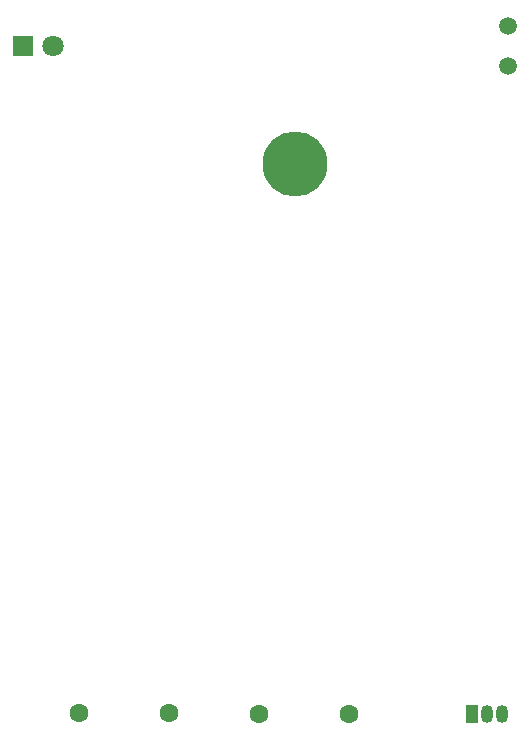
<source format=gbr>
%TF.GenerationSoftware,KiCad,Pcbnew,9.0.2*%
%TF.CreationDate,2025-05-24T18:19:02-05:00*%
%TF.ProjectId,Hack Club PCB,4861636b-2043-46c7-9562-205043422e6b,rev?*%
%TF.SameCoordinates,Original*%
%TF.FileFunction,Copper,L2,Bot*%
%TF.FilePolarity,Positive*%
%FSLAX46Y46*%
G04 Gerber Fmt 4.6, Leading zero omitted, Abs format (unit mm)*
G04 Created by KiCad (PCBNEW 9.0.2) date 2025-05-24 18:19:02*
%MOMM*%
%LPD*%
G01*
G04 APERTURE LIST*
%TA.AperFunction,ComponentPad*%
%ADD10C,1.500000*%
%TD*%
%TA.AperFunction,ComponentPad*%
%ADD11C,1.600000*%
%TD*%
%TA.AperFunction,ComponentPad*%
%ADD12R,1.800000X1.800000*%
%TD*%
%TA.AperFunction,ComponentPad*%
%ADD13C,1.800000*%
%TD*%
%TA.AperFunction,ComponentPad*%
%ADD14R,1.050000X1.500000*%
%TD*%
%TA.AperFunction,ComponentPad*%
%ADD15O,1.050000X1.500000*%
%TD*%
%TA.AperFunction,ViaPad*%
%ADD16C,5.500000*%
%TD*%
G04 APERTURE END LIST*
D10*
%TO.P,R3,1*%
%TO.N,Net-(Q1-B)*%
X148000000Y-51700000D03*
%TO.P,R3,2*%
%TO.N,Net-(BT1--)*%
X148000000Y-48300000D03*
%TD*%
D11*
%TO.P,R2,1*%
%TO.N,Net-(Q1-E)*%
X126880000Y-106541925D03*
%TO.P,R2,2*%
%TO.N,Net-(D1-A)*%
X134500000Y-106541925D03*
%TD*%
%TO.P,R1,1*%
%TO.N,Net-(BT1-+)*%
X111690000Y-106500000D03*
%TO.P,R1,2*%
%TO.N,Net-(Q1-B)*%
X119310000Y-106500000D03*
%TD*%
D12*
%TO.P,D1,1,K*%
%TO.N,Net-(BT1--)*%
X106960000Y-50000000D03*
D13*
%TO.P,D1,2,A*%
%TO.N,Net-(D1-A)*%
X109500000Y-50000000D03*
%TD*%
D14*
%TO.P,Q1,1,E*%
%TO.N,Net-(Q1-E)*%
X144960000Y-106541925D03*
D15*
%TO.P,Q1,2,B*%
%TO.N,Net-(Q1-B)*%
X146230000Y-106541925D03*
%TO.P,Q1,3,C*%
%TO.N,Net-(BT1-+)*%
X147500000Y-106541925D03*
%TD*%
D16*
%TO.N,*%
X130000000Y-60000000D03*
%TD*%
M02*

</source>
